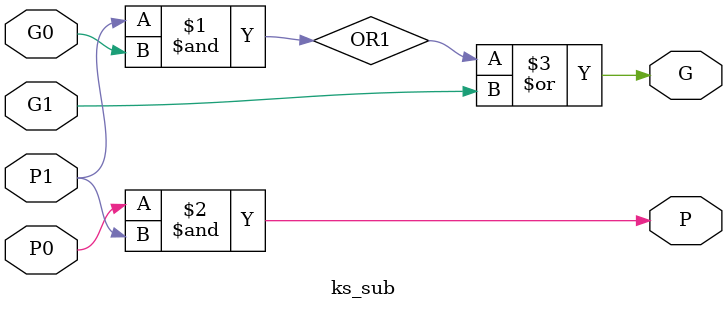
<source format=sv>
/*
kogge stone submodule, which are chained together to form a full adder.

Author: Maximilian Golub
*/

module ks_sub(P, G, P1, G1, P0, G0);

  output P, G;
  input P0, G0, P1, G1;

  parameter DELAY = 50;

  and #(DELAY) (OR1, P1, G0);
  and #(DELAY) (P, P0, P1);
  or #(DELAY) (G, OR1, G1);

endmodule

</source>
